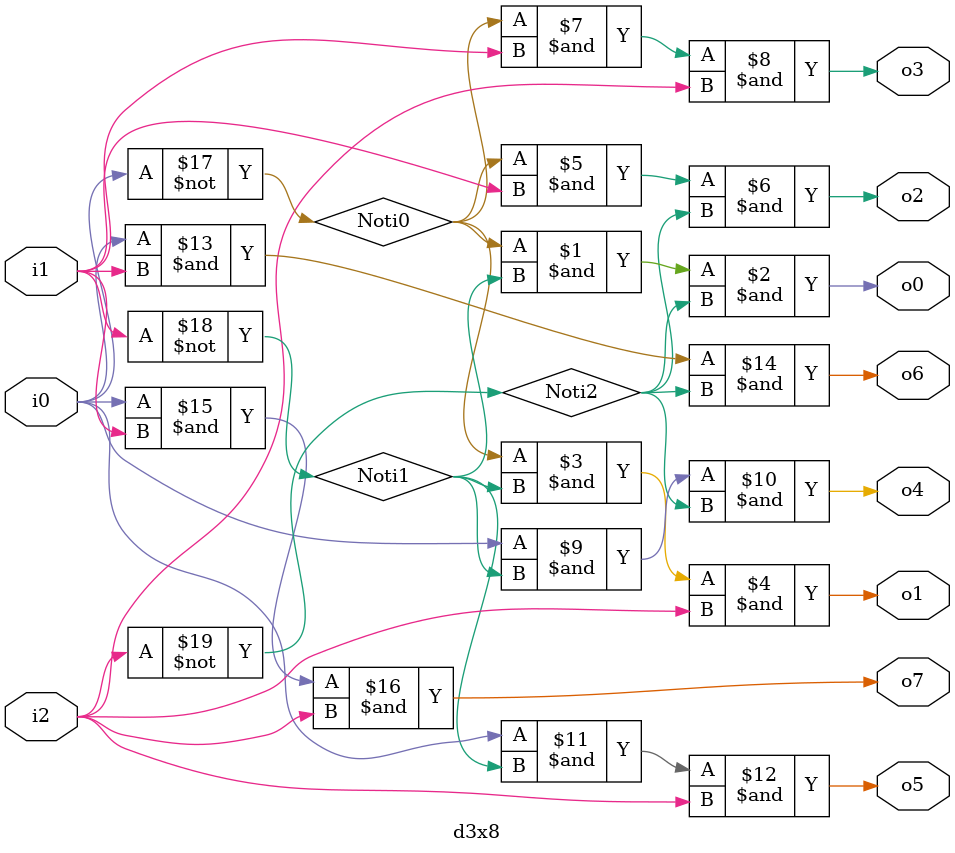
<source format=v>
module d3x8 (i0,i1,i2,o0,o1,o2,o3,o4,o5,o6,o7);

    output o0,o1,o2,o3,o4,o5,o6,o7;
    input i0,i1,i2;

    wire Noti0,Noti1, Noti2;

    not(Noti0, i0);
    not(Noti1, i1);//make my not wires
    not(Noti2, i2);

    and(o0,Noti0,Noti1,Noti2);
    and(o1, Noti0, Noti1, i2);
    and(o2, Noti0, i1, Noti2);
    and(o3, Noti0, i1, i2);
    and(o4, i0, Noti1, Noti2);
    and(o5, i0, Noti1, i2);
    and(o6, i0, i1, Noti2);
    and(o7, i0, i1, i2);

endmodule

</source>
